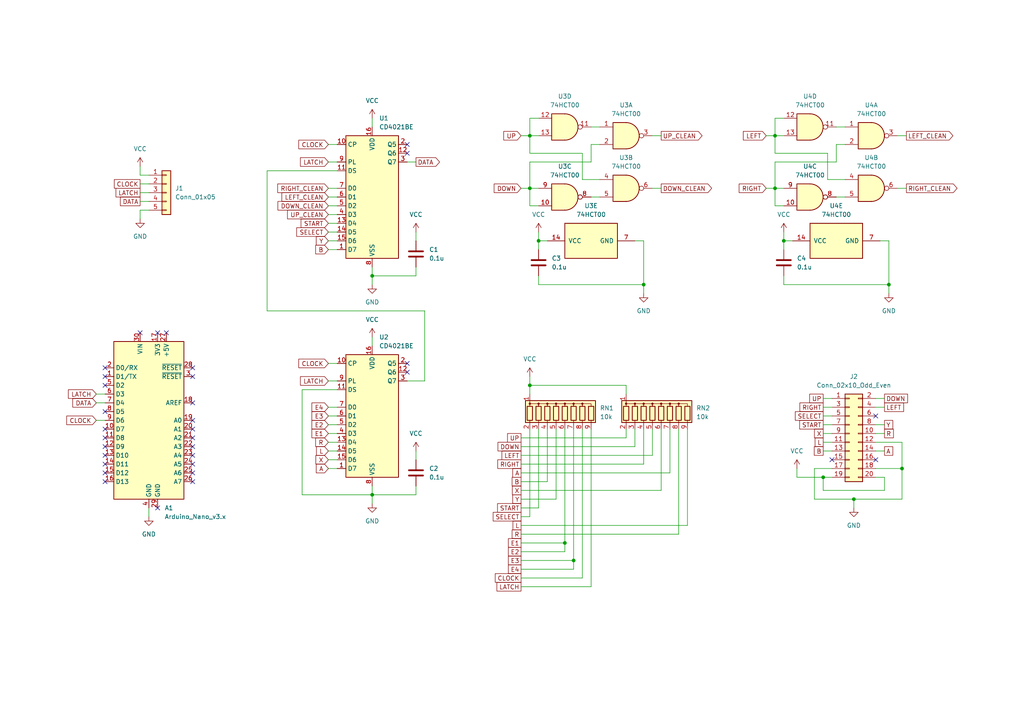
<source format=kicad_sch>
(kicad_sch (version 20250114) (generator "eeschema") (generator_version "9.0")
  (paper "A4")
  (title_block (title "Arcade Controller PCB for SNES") (date "2025-05-28") (rev "v0.2"))
  (lib_symbols
    (symbol "4xxx:4021"
      (property "Reference" "U" (at -5.08 19.05 0))
      (property "Value" "4021" (at 3.81 19.05 0))
      (symbol "4021_0_1"
        (rectangle (start -7.62 17.78) (end 7.62 -17.78) (stroke (width 0.254)) (fill (type background)))
      )
      (symbol "4021_1_1"
        (pin input line (at -10.16 15.24 0) (length 2.54) (name "CP") (number "10"))
        (pin input line (at -10.16 10.16 0) (length 2.54) (name "PL") (number "9"))
        (pin input line (at -10.16 7.62 0) (length 2.54) (name "DS") (number "11"))
        (pin input line (at -10.16 2.54 0) (length 2.54) (name "D0") (number "7"))
        (pin input line (at -10.16 0 0) (length 2.54) (name "D1") (number "6"))
        (pin input line (at -10.16 -2.54 0) (length 2.54) (name "D2") (number "5"))
        (pin input line (at -10.16 -5.08 0) (length 2.54) (name "D3") (number "4"))
        (pin input line (at -10.16 -7.62 0) (length 2.54) (name "D4") (number "13"))
        (pin input line (at -10.16 -10.16 0) (length 2.54) (name "D5") (number "14"))
        (pin input line (at -10.16 -12.7 0) (length 2.54) (name "D6") (number "15"))
        (pin input line (at -10.16 -15.24 0) (length 2.54) (name "D7") (number "1"))
        (pin power_in line (at 0 20.32 270) (length 2.54) (name "VDD") (number "16"))
        (pin power_in line (at 0 -20.32 90) (length 2.54) (name "VSS") (number "8"))
        (pin output line (at 10.16 15.24 180) (length 2.54) (name "Q5") (number "2"))
        (pin output line (at 10.16 12.7 180) (length 2.54) (name "Q6") (number "12"))
        (pin output line (at 10.16 10.16 180) (length 2.54) (name "Q7") (number "3"))
      )
    )
    (symbol "74xx:74HCT00" (pin_names (offset 1.016))
      (property "Reference" "U" (at 0 1.27 0))
      (property "Value" "74HCT00" (at 0 -1.27 0))
      (symbol "74HCT00_1_1"
        (arc (start 0 3.81) (mid 3.7934 0) (end 0 -3.81) (stroke (width 0.254)) (fill (type background)))
        (polyline (pts (xy 0 3.81) (xy -3.81 3.81) (xy -3.81 -3.81) (xy 0 -3.81)) (stroke (width 0.254)) (fill (type background)))
        (pin input line (at -7.62 2.54 0) (length 3.81) (name "~") (number "1"))
        (pin input line (at -7.62 -2.54 0) (length 3.81) (name "~") (number "2"))
        (pin output inverted (at 7.62 0 180) (length 3.81) (name "~") (number "3"))
      )
      (symbol "74HCT00_1_2"
        (arc (start -3.81 3.81) (mid -2.589 0) (end -3.81 -3.81) (stroke (width 0.254)))
        (polyline (pts (xy -3.81 3.81) (xy -0.635 3.81)) (stroke (width 0.254)) (fill (type background)))
        (polyline (pts (xy -3.81 -3.81) (xy -0.635 -3.81)) (stroke (width 0.254)) (fill (type background)))
        (arc (start 3.81 0) (mid 2.1855 -2.584) (end -0.6096 -3.81) (stroke (width 0.254)) (fill (type background)))
        (arc (start -0.6096 3.81) (mid 2.1928 2.5924) (end 3.81 0) (stroke (width 0.254)) (fill (type background)))
        (polyline (pts (xy -0.635 3.81) (xy -3.81 3.81) (xy -3.81 3.81) (xy -3.556 3.4036) (xy -3.0226 2.2606) (xy -2.6924 1.0414) (xy -2.6162 -0.254) (xy -2.7686 -1.4986) (xy -3.175 -2.7178) (xy -3.81 -3.81) (xy -3.81 -3.81) (xy -0.635 -3.81)) (stroke (width -25.4)) (fill (type background)))
        (pin input inverted (at -7.62 2.54 0) (length 4.318) (name "~") (number "1"))
        (pin input inverted (at -7.62 -2.54 0) (length 4.318) (name "~") (number "2"))
        (pin output line (at 7.62 0 180) (length 3.81) (name "~") (number "3"))
      )
      (symbol "74HCT00_2_1"
        (arc (start 0 3.81) (mid 3.7934 0) (end 0 -3.81) (stroke (width 0.254)) (fill (type background)))
        (polyline (pts (xy 0 3.81) (xy -3.81 3.81) (xy -3.81 -3.81) (xy 0 -3.81)) (stroke (width 0.254)) (fill (type background)))
        (pin input line (at -7.62 2.54 0) (length 3.81) (name "~") (number "4"))
        (pin input line (at -7.62 -2.54 0) (length 3.81) (name "~") (number "5"))
        (pin output inverted (at 7.62 0 180) (length 3.81) (name "~") (number "6"))
      )
      (symbol "74HCT00_2_2"
        (arc (start -3.81 3.81) (mid -2.589 0) (end -3.81 -3.81) (stroke (width 0.254)))
        (polyline (pts (xy -3.81 3.81) (xy -0.635 3.81)) (stroke (width 0.254)) (fill (type background)))
        (polyline (pts (xy -3.81 -3.81) (xy -0.635 -3.81)) (stroke (width 0.254)) (fill (type background)))
        (arc (start 3.81 0) (mid 2.1855 -2.584) (end -0.6096 -3.81) (stroke (width 0.254)) (fill (type background)))
        (arc (start -0.6096 3.81) (mid 2.1928 2.5924) (end 3.81 0) (stroke (width 0.254)) (fill (type background)))
        (polyline (pts (xy -0.635 3.81) (xy -3.81 3.81) (xy -3.81 3.81) (xy -3.556 3.4036) (xy -3.0226 2.2606) (xy -2.6924 1.0414) (xy -2.6162 -0.254) (xy -2.7686 -1.4986) (xy -3.175 -2.7178) (xy -3.81 -3.81) (xy -3.81 -3.81) (xy -0.635 -3.81)) (stroke (width -25.4)) (fill (type background)))
        (pin input inverted (at -7.62 2.54 0) (length 4.318) (name "~") (number "4"))
        (pin input inverted (at -7.62 -2.54 0) (length 4.318) (name "~") (number "5"))
        (pin output line (at 7.62 0 180) (length 3.81) (name "~") (number "6"))
      )
      (symbol "74HCT00_3_1"
        (arc (start 0 3.81) (mid 3.7934 0) (end 0 -3.81) (stroke (width 0.254)) (fill (type background)))
        (polyline (pts (xy 0 3.81) (xy -3.81 3.81) (xy -3.81 -3.81) (xy 0 -3.81)) (stroke (width 0.254)) (fill (type background)))
        (pin input line (at -7.62 2.54 0) (length 3.81) (name "~") (number "9"))
        (pin input line (at -7.62 -2.54 0) (length 3.81) (name "~") (number "10"))
        (pin output inverted (at 7.62 0 180) (length 3.81) (name "~") (number "8"))
      )
      (symbol "74HCT00_3_2"
        (arc (start -3.81 3.81) (mid -2.589 0) (end -3.81 -3.81) (stroke (width 0.254)))
        (polyline (pts (xy -3.81 3.81) (xy -0.635 3.81)) (stroke (width 0.254)) (fill (type background)))
        (polyline (pts (xy -3.81 -3.81) (xy -0.635 -3.81)) (stroke (width 0.254)) (fill (type background)))
        (arc (start 3.81 0) (mid 2.1855 -2.584) (end -0.6096 -3.81) (stroke (width 0.254)) (fill (type background)))
        (arc (start -0.6096 3.81) (mid 2.1928 2.5924) (end 3.81 0) (stroke (width 0.254)) (fill (type background)))
        (polyline (pts (xy -0.635 3.81) (xy -3.81 3.81) (xy -3.81 3.81) (xy -3.556 3.4036) (xy -3.0226 2.2606) (xy -2.6924 1.0414) (xy -2.6162 -0.254) (xy -2.7686 -1.4986) (xy -3.175 -2.7178) (xy -3.81 -3.81) (xy -3.81 -3.81) (xy -0.635 -3.81)) (stroke (width -25.4)) (fill (type background)))
        (pin input inverted (at -7.62 2.54 0) (length 4.318) (name "~") (number "9"))
        (pin input inverted (at -7.62 -2.54 0) (length 4.318) (name "~") (number "10"))
        (pin output line (at 7.62 0 180) (length 3.81) (name "~") (number "8"))
      )
      (symbol "74HCT00_4_1"
        (arc (start 0 3.81) (mid 3.7934 0) (end 0 -3.81) (stroke (width 0.254)) (fill (type background)))
        (polyline (pts (xy 0 3.81) (xy -3.81 3.81) (xy -3.81 -3.81) (xy 0 -3.81)) (stroke (width 0.254)) (fill (type background)))
        (pin input line (at -7.62 2.54 0) (length 3.81) (name "~") (number "12"))
        (pin input line (at -7.62 -2.54 0) (length 3.81) (name "~") (number "13"))
        (pin output inverted (at 7.62 0 180) (length 3.81) (name "~") (number "11"))
      )
      (symbol "74HCT00_4_2"
        (arc (start -3.81 3.81) (mid -2.589 0) (end -3.81 -3.81) (stroke (width 0.254)))
        (polyline (pts (xy -3.81 3.81) (xy -0.635 3.81)) (stroke (width 0.254)) (fill (type background)))
        (polyline (pts (xy -3.81 -3.81) (xy -0.635 -3.81)) (stroke (width 0.254)) (fill (type background)))
        (arc (start 3.81 0) (mid 2.1855 -2.584) (end -0.6096 -3.81) (stroke (width 0.254)) (fill (type background)))
        (arc (start -0.6096 3.81) (mid 2.1928 2.5924) (end 3.81 0) (stroke (width 0.254)) (fill (type background)))
        (polyline (pts (xy -0.635 3.81) (xy -3.81 3.81) (xy -3.81 3.81) (xy -3.556 3.4036) (xy -3.0226 2.2606) (xy -2.6924 1.0414) (xy -2.6162 -0.254) (xy -2.7686 -1.4986) (xy -3.175 -2.7178) (xy -3.81 -3.81) (xy -3.81 -3.81) (xy -0.635 -3.81)) (stroke (width -25.4)) (fill (type background)))
        (pin input inverted (at -7.62 2.54 0) (length 4.318) (name "~") (number "12"))
        (pin input inverted (at -7.62 -2.54 0) (length 4.318) (name "~") (number "13"))
        (pin output line (at 7.62 0 180) (length 3.81) (name "~") (number "11"))
      )
      (symbol "74HCT00_5_0"
        (pin power_in line (at 0 12.7 270) (length 5.08) (name "VCC") (number "14"))
        (pin power_in line (at 0 -12.7 90) (length 5.08) (name "GND") (number "7"))
      )
      (symbol "74HCT00_5_1"
        (rectangle (start -5.08 7.62) (end 5.08 -7.62) (stroke (width 0.254)) (fill (type background)))
      )
    )
    (symbol "Connector_Generic:Conn_01x05" (pin_names (offset 1.016) (hide yes))
      (property "Reference" "J" (at 0 7.62 0))
      (property "Value" "Conn_01x05" (at 0 -7.62 0))
      (symbol "Conn_01x05_1_1"
        (rectangle (start -1.27 6.35) (end 1.27 -6.35) (stroke (width 0.254)) (fill (type background)))
        (rectangle (start -1.27 5.207) (end 0 4.953) (stroke (width 0.1524)))
        (rectangle (start -1.27 2.667) (end 0 2.413) (stroke (width 0.1524)))
        (rectangle (start -1.27 0.127) (end 0 -0.127) (stroke (width 0.1524)))
        (rectangle (start -1.27 -2.413) (end 0 -2.667) (stroke (width 0.1524)))
        (rectangle (start -1.27 -4.953) (end 0 -5.207) (stroke (width 0.1524)))
        (pin passive line (at -5.08 5.08 0) (length 3.81) (name "Pin_1") (number "1"))
        (pin passive line (at -5.08 2.54 0) (length 3.81) (name "Pin_2") (number "2"))
        (pin passive line (at -5.08 0 0) (length 3.81) (name "Pin_3") (number "3"))
        (pin passive line (at -5.08 -2.54 0) (length 3.81) (name "Pin_4") (number "4"))
        (pin passive line (at -5.08 -5.08 0) (length 3.81) (name "Pin_5") (number "5"))
      )
    )
    (symbol "Connector_Generic:Conn_02x10_Odd_Even" (pin_names (offset 1.016) (hide yes))
      (property "Reference" "J" (at 1.27 12.7 0))
      (property "Value" "Conn_02x10_Odd_Even" (at 1.27 -15.24 0))
      (symbol "Conn_02x10_Odd_Even_1_1"
        (rectangle (start -1.27 11.43) (end 3.81 -13.97) (stroke (width 0.254)) (fill (type background)))
        (rectangle (start -1.27 10.287) (end 0 10.033) (stroke (width 0.1524)))
        (rectangle (start -1.27 7.747) (end 0 7.493) (stroke (width 0.1524)))
        (rectangle (start -1.27 5.207) (end 0 4.953) (stroke (width 0.1524)))
        (rectangle (start -1.27 2.667) (end 0 2.413) (stroke (width 0.1524)))
        (rectangle (start -1.27 0.127) (end 0 -0.127) (stroke (width 0.1524)))
        (rectangle (start -1.27 -2.413) (end 0 -2.667) (stroke (width 0.1524)))
        (rectangle (start -1.27 -4.953) (end 0 -5.207) (stroke (width 0.1524)))
        (rectangle (start -1.27 -7.493) (end 0 -7.747) (stroke (width 0.1524)))
        (rectangle (start -1.27 -10.033) (end 0 -10.287) (stroke (width 0.1524)))
        (rectangle (start -1.27 -12.573) (end 0 -12.827) (stroke (width 0.1524)))
        (rectangle (start 3.81 10.287) (end 2.54 10.033) (stroke (width 0.1524)))
        (rectangle (start 3.81 7.747) (end 2.54 7.493) (stroke (width 0.1524)))
        (rectangle (start 3.81 5.207) (end 2.54 4.953) (stroke (width 0.1524)))
        (rectangle (start 3.81 2.667) (end 2.54 2.413) (stroke (width 0.1524)))
        (rectangle (start 3.81 0.127) (end 2.54 -0.127) (stroke (width 0.1524)))
        (rectangle (start 3.81 -2.413) (end 2.54 -2.667) (stroke (width 0.1524)))
        (rectangle (start 3.81 -4.953) (end 2.54 -5.207) (stroke (width 0.1524)))
        (rectangle (start 3.81 -7.493) (end 2.54 -7.747) (stroke (width 0.1524)))
        (rectangle (start 3.81 -10.033) (end 2.54 -10.287) (stroke (width 0.1524)))
        (rectangle (start 3.81 -12.573) (end 2.54 -12.827) (stroke (width 0.1524)))
        (pin passive line (at -5.08 10.16 0) (length 3.81) (name "Pin_1") (number "1"))
        (pin passive line (at -5.08 7.62 0) (length 3.81) (name "Pin_3") (number "3"))
        (pin passive line (at -5.08 5.08 0) (length 3.81) (name "Pin_5") (number "5"))
        (pin passive line (at -5.08 2.54 0) (length 3.81) (name "Pin_7") (number "7"))
        (pin passive line (at -5.08 0 0) (length 3.81) (name "Pin_9") (number "9"))
        (pin passive line (at -5.08 -2.54 0) (length 3.81) (name "Pin_11") (number "11"))
        (pin passive line (at -5.08 -5.08 0) (length 3.81) (name "Pin_13") (number "13"))
        (pin passive line (at -5.08 -7.62 0) (length 3.81) (name "Pin_15") (number "15"))
        (pin passive line (at -5.08 -10.16 0) (length 3.81) (name "Pin_17") (number "17"))
        (pin passive line (at -5.08 -12.7 0) (length 3.81) (name "Pin_19") (number "19"))
        (pin passive line (at 7.62 10.16 180) (length 3.81) (name "Pin_2") (number "2"))
        (pin passive line (at 7.62 7.62 180) (length 3.81) (name "Pin_4") (number "4"))
        (pin passive line (at 7.62 5.08 180) (length 3.81) (name "Pin_6") (number "6"))
        (pin passive line (at 7.62 2.54 180) (length 3.81) (name "Pin_8") (number "8"))
        (pin passive line (at 7.62 0 180) (length 3.81) (name "Pin_10") (number "10"))
        (pin passive line (at 7.62 -2.54 180) (length 3.81) (name "Pin_12") (number "12"))
        (pin passive line (at 7.62 -5.08 180) (length 3.81) (name "Pin_14") (number "14"))
        (pin passive line (at 7.62 -7.62 180) (length 3.81) (name "Pin_16") (number "16"))
        (pin passive line (at 7.62 -10.16 180) (length 3.81) (name "Pin_18") (number "18"))
        (pin passive line (at 7.62 -12.7 180) (length 3.81) (name "Pin_20") (number "20"))
      )
    )
    (symbol "Device:C" (pin_numbers (hide yes)) (pin_names (offset 0.254))
      (property "Reference" "C" (at 0.635 2.54 0))
      (property "Value" "C" (at 0.635 -2.54 0))
      (symbol "C_0_1"
        (polyline (pts (xy -2.032 0.762) (xy 2.032 0.762)) (stroke (width 0.508)))
        (polyline (pts (xy -2.032 -0.762) (xy 2.032 -0.762)) (stroke (width 0.508)))
      )
      (symbol "C_1_1"
        (pin passive line (at 0 3.81 270) (length 2.794) (name "~") (number "1"))
        (pin passive line (at 0 -3.81 90) (length 2.794) (name "~") (number "2"))
      )
    )
    (symbol "Device:R_Network08" (pin_names (offset 0) (hide yes))
      (property "Reference" "RN" (at -12.7 0 90))
      (property "Value" "R_Network08" (at 10.16 0 90))
      (symbol "R_Network08_0_1"
        (rectangle (start -11.43 -3.175) (end 8.89 3.175) (stroke (width 0.254)) (fill (type background)))
        (rectangle (start -10.922 1.524) (end -9.398 -2.54) (stroke (width 0.254)))
        (circle (center -10.16 2.286) (radius 0.254) (fill (type outline)))
        (polyline (pts (xy -10.16 1.524) (xy -10.16 2.286) (xy -7.62 2.286) (xy -7.62 1.524)))
        (polyline (pts (xy -10.16 -2.54) (xy -10.16 -3.81)))
        (rectangle (start -8.382 1.524) (end -6.858 -2.54) (stroke (width 0.254)))
        (circle (center -7.62 2.286) (radius 0.254) (fill (type outline)))
        (polyline (pts (xy -7.62 1.524) (xy -7.62 2.286) (xy -5.08 2.286) (xy -5.08 1.524)))
        (polyline (pts (xy -7.62 -2.54) (xy -7.62 -3.81)))
        (rectangle (start -5.842 1.524) (end -4.318 -2.54) (stroke (width 0.254)))
        (circle (center -5.08 2.286) (radius 0.254) (fill (type outline)))
        (polyline (pts (xy -5.08 1.524) (xy -5.08 2.286) (xy -2.54 2.286) (xy -2.54 1.524)))
        (polyline (pts (xy -5.08 -2.54) (xy -5.08 -3.81)))
        (rectangle (start -3.302 1.524) (end -1.778 -2.54) (stroke (width 0.254)))
        (circle (center -2.54 2.286) (radius 0.254) (fill (type outline)))
        (polyline (pts (xy -2.54 1.524) (xy -2.54 2.286) (xy 0 2.286) (xy 0 1.524)))
        (polyline (pts (xy -2.54 -2.54) (xy -2.54 -3.81)))
        (rectangle (start -0.762 1.524) (end 0.762 -2.54) (stroke (width 0.254)))
        (circle (center 0 2.286) (radius 0.254) (fill (type outline)))
        (polyline (pts (xy 0 1.524) (xy 0 2.286) (xy 2.54 2.286) (xy 2.54 1.524)))
        (polyline (pts (xy 0 -2.54) (xy 0 -3.81)))
        (rectangle (start 1.778 1.524) (end 3.302 -2.54) (stroke (width 0.254)))
        (circle (center 2.54 2.286) (radius 0.254) (fill (type outline)))
        (polyline (pts (xy 2.54 1.524) (xy 2.54 2.286) (xy 5.08 2.286) (xy 5.08 1.524)))
        (polyline (pts (xy 2.54 -2.54) (xy 2.54 -3.81)))
        (rectangle (start 4.318 1.524) (end 5.842 -2.54) (stroke (width 0.254)))
        (circle (center 5.08 2.286) (radius 0.254) (fill (type outline)))
        (polyline (pts (xy 5.08 1.524) (xy 5.08 2.286) (xy 7.62 2.286) (xy 7.62 1.524)))
        (polyline (pts (xy 5.08 -2.54) (xy 5.08 -3.81)))
        (rectangle (start 6.858 1.524) (end 8.382 -2.54) (stroke (width 0.254)))
        (polyline (pts (xy 7.62 -2.54) (xy 7.62 -3.81)))
      )
      (symbol "R_Network08_1_1"
        (pin passive line (at -10.16 5.08 270) (length 2.54) (name "common") (number "1"))
        (pin passive line (at -10.16 -5.08 90) (length 1.27) (name "R1") (number "2"))
        (pin passive line (at -7.62 -5.08 90) (length 1.27) (name "R2") (number "3"))
        (pin passive line (at -5.08 -5.08 90) (length 1.27) (name "R3") (number "4"))
        (pin passive line (at -2.54 -5.08 90) (length 1.27) (name "R4") (number "5"))
        (pin passive line (at 0 -5.08 90) (length 1.27) (name "R5") (number "6"))
        (pin passive line (at 2.54 -5.08 90) (length 1.27) (name "R6") (number "7"))
        (pin passive line (at 5.08 -5.08 90) (length 1.27) (name "R7") (number "8"))
        (pin passive line (at 7.62 -5.08 90) (length 1.27) (name "R8") (number "9"))
      )
    )
    (symbol "MCU_Module:Arduino_Nano_v3.x"
      (property "Reference" "A" (at -10.16 23.495 0))
      (property "Value" "Arduino_Nano_v3.x" (at 5.08 -24.13 0))
      (symbol "Arduino_Nano_v3.x_0_1"
        (rectangle (start -10.16 22.86) (end 10.16 -22.86) (stroke (width 0.254)) (fill (type background)))
      )
      (symbol "Arduino_Nano_v3.x_1_1"
        (pin bidirectional line (at -12.7 15.24 0) (length 2.54) (name "D0/RX") (number "2"))
        (pin bidirectional line (at -12.7 12.7 0) (length 2.54) (name "D1/TX") (number "1"))
        (pin bidirectional line (at -12.7 10.16 0) (length 2.54) (name "D2") (number "5"))
        (pin bidirectional line (at -12.7 7.62 0) (length 2.54) (name "D3") (number "6"))
        (pin bidirectional line (at -12.7 5.08 0) (length 2.54) (name "D4") (number "7"))
        (pin bidirectional line (at -12.7 2.54 0) (length 2.54) (name "D5") (number "8"))
        (pin bidirectional line (at -12.7 0 0) (length 2.54) (name "D6") (number "9"))
        (pin bidirectional line (at -12.7 -2.54 0) (length 2.54) (name "D7") (number "10"))
        (pin bidirectional line (at -12.7 -5.08 0) (length 2.54) (name "D8") (number "11"))
        (pin bidirectional line (at -12.7 -7.62 0) (length 2.54) (name "D9") (number "12"))
        (pin bidirectional line (at -12.7 -10.16 0) (length 2.54) (name "D10") (number "13"))
        (pin bidirectional line (at -12.7 -12.7 0) (length 2.54) (name "D11") (number "14"))
        (pin bidirectional line (at -12.7 -15.24 0) (length 2.54) (name "D12") (number "15"))
        (pin bidirectional line (at -12.7 -17.78 0) (length 2.54) (name "D13") (number "16"))
        (pin power_in line (at -2.54 25.4 270) (length 2.54) (name "VIN") (number "30"))
        (pin power_in line (at 0 -25.4 90) (length 2.54) (name "GND") (number "4"))
        (pin power_out line (at 2.54 25.4 270) (length 2.54) (name "3V3") (number "17"))
        (pin power_in line (at 2.54 -25.4 90) (length 2.54) (name "GND") (number "29"))
        (pin power_out line (at 5.08 25.4 270) (length 2.54) (name "+5V") (number "27"))
        (pin input line (at 12.7 15.24 180) (length 2.54) (name "~{RESET}") (number "28"))
        (pin input line (at 12.7 12.7 180) (length 2.54) (name "~{RESET}") (number "3"))
        (pin input line (at 12.7 5.08 180) (length 2.54) (name "AREF") (number "18"))
        (pin bidirectional line (at 12.7 0 180) (length 2.54) (name "A0") (number "19"))
        (pin bidirectional line (at 12.7 -2.54 180) (length 2.54) (name "A1") (number "20"))
        (pin bidirectional line (at 12.7 -5.08 180) (length 2.54) (name "A2") (number "21"))
        (pin bidirectional line (at 12.7 -7.62 180) (length 2.54) (name "A3") (number "22"))
        (pin bidirectional line (at 12.7 -10.16 180) (length 2.54) (name "A4") (number "23"))
        (pin bidirectional line (at 12.7 -12.7 180) (length 2.54) (name "A5") (number "24"))
        (pin bidirectional line (at 12.7 -15.24 180) (length 2.54) (name "A6") (number "25"))
        (pin bidirectional line (at 12.7 -17.78 180) (length 2.54) (name "A7") (number "26"))
      )
    )
    (symbol "power:GND" (power) (pin_names (offset 0))
      (property "Value" "GND" (at 0 -3.81 0))
      (symbol "GND_0_1"
        (polyline (pts (xy 0 0) (xy 0 -1.27) (xy 1.27 -1.27) (xy 0 -2.54) (xy -1.27 -1.27) (xy 0 -1.27)))
      )
      (symbol "GND_1_1"
        (pin power_in line (at 0 0 270) (length 0) (hide yes) (name "GND") (number "1"))
      )
    )
    (symbol "power:VCC" (power) (pin_names (offset 0))
      (property "Value" "VCC" (at 0 3.81 0))
      (symbol "VCC_0_1"
        (polyline (pts (xy -0.762 1.27) (xy 0 2.54)))
        (polyline (pts (xy 0 2.54) (xy 0.762 1.27)))
        (polyline (pts (xy 0 0) (xy 0 2.54)))
      )
      (symbol "VCC_1_1"
        (pin power_in line (at 0 0 90) (length 0) (hide yes) (name "VCC") (number "1"))
      )
    )
  )
  (junction (at 186.69 82.55))
  (junction (at 163.83 157.48))
  (junction (at 261.62 135.89))
  (junction (at 257.81 82.55))
  (junction (at 227.33 69.85))
  (junction (at 153.67 39.37))
  (junction (at 224.79 39.37))
  (junction (at 238.76 138.43))
  (junction (at 156.21 69.85))
  (junction (at 166.37 162.56))
  (junction (at 153.67 111.76))
  (junction (at 107.95 143.51))
  (junction (at 107.95 80.01))
  (junction (at 247.65 144.78))
  (junction (at 224.79 54.61))
  (junction (at 153.67 54.61))
  (no_connect (at 30.48 129.54))
  (no_connect (at 45.72 96.52))
  (no_connect (at 241.3 133.35))
  (no_connect (at 48.26 96.52))
  (no_connect (at 55.88 106.68))
  (no_connect (at 118.11 41.91))
  (no_connect (at 55.88 116.84))
  (no_connect (at 30.48 127))
  (no_connect (at 30.48 109.22))
  (no_connect (at 55.88 132.08))
  (no_connect (at 55.88 137.16))
  (no_connect (at 30.48 106.68))
  (no_connect (at 30.48 137.16))
  (no_connect (at 55.88 109.22))
  (no_connect (at 45.72 147.32))
  (no_connect (at 55.88 134.62))
  (no_connect (at 55.88 129.54))
  (no_connect (at 40.64 96.52))
  (no_connect (at 30.48 139.7))
  (no_connect (at 55.88 121.92))
  (no_connect (at 55.88 124.46))
  (no_connect (at 30.48 119.38))
  (no_connect (at 118.11 105.41))
  (no_connect (at 30.48 111.76))
  (no_connect (at 254 133.35))
  (no_connect (at 30.48 132.08))
  (no_connect (at 30.48 134.62))
  (no_connect (at 30.48 124.46))
  (no_connect (at 55.88 127))
  (no_connect (at 118.11 44.45))
  (no_connect (at 118.11 107.95))
  (no_connect (at 55.88 139.7))
  (no_connect (at 254 120.65))
  (wire (pts (xy 166.37 165.1) (xy 166.37 162.56)))
  (wire (pts (xy 256.54 125.73) (xy 254 125.73)))
  (wire (pts (xy 151.13 152.4) (xy 199.39 152.4)))
  (wire (pts (xy 224.79 44.45) (xy 240.03 44.45)))
  (wire (pts (xy 227.33 69.85) (xy 227.33 72.39)))
  (wire (pts (xy 247.65 147.32) (xy 247.65 144.78)))
  (wire (pts (xy 256.54 130.81) (xy 254 130.81)))
  (wire (pts (xy 261.62 144.78) (xy 261.62 135.89)))
  (wire (pts (xy 227.33 34.29) (xy 224.79 34.29)))
  (wire (pts (xy 181.61 124.46) (xy 181.61 127)))
  (wire (pts (xy 40.64 60.96) (xy 43.18 60.96)))
  (wire (pts (xy 163.83 124.46) (xy 163.83 157.48)))
  (wire (pts (xy 95.25 69.85) (xy 97.79 69.85)))
  (wire (pts (xy 168.91 52.07) (xy 173.99 52.07)))
  (wire (pts (xy 151.13 162.56) (xy 166.37 162.56)))
  (wire (pts (xy 222.25 39.37) (xy 224.79 39.37)))
  (wire (pts (xy 163.83 157.48) (xy 151.13 157.48)))
  (wire (pts (xy 120.65 130.81) (xy 120.65 133.35)))
  (wire (pts (xy 158.75 124.46) (xy 158.75 139.7)))
  (wire (pts (xy 87.63 143.51) (xy 87.63 113.03)))
  (wire (pts (xy 156.21 34.29) (xy 153.67 34.29)))
  (wire (pts (xy 40.64 50.8) (xy 40.64 48.26)))
  (wire (pts (xy 40.64 63.5) (xy 40.64 60.96)))
  (wire (pts (xy 95.25 57.15) (xy 97.79 57.15)))
  (wire (pts (xy 95.25 133.35) (xy 97.79 133.35)))
  (wire (pts (xy 153.67 124.46) (xy 153.67 149.86)))
  (wire (pts (xy 153.67 111.76) (xy 181.61 111.76)))
  (wire (pts (xy 95.25 125.73) (xy 97.79 125.73)))
  (wire (pts (xy 123.19 110.49) (xy 123.19 90.17)))
  (wire (pts (xy 191.77 124.46) (xy 191.77 142.24)))
  (wire (pts (xy 151.13 139.7) (xy 158.75 139.7)))
  (wire (pts (xy 161.29 124.46) (xy 161.29 144.78)))
  (wire (pts (xy 240.03 44.45) (xy 240.03 52.07)))
  (wire (pts (xy 95.25 62.23) (xy 97.79 62.23)))
  (wire (pts (xy 171.45 41.91) (xy 173.99 41.91)))
  (wire (pts (xy 257.81 82.55) (xy 257.81 85.09)))
  (wire (pts (xy 43.18 147.32) (xy 43.18 149.86)))
  (wire (pts (xy 151.13 154.94) (xy 196.85 154.94)))
  (wire (pts (xy 123.19 90.17) (xy 77.47 90.17)))
  (wire (pts (xy 238.76 125.73) (xy 241.3 125.73)))
  (wire (pts (xy 224.79 54.61) (xy 224.79 46.99)))
  (wire (pts (xy 153.67 34.29) (xy 153.67 39.37)))
  (wire (pts (xy 163.83 160.02) (xy 163.83 157.48)))
  (wire (pts (xy 95.25 130.81) (xy 97.79 130.81)))
  (wire (pts (xy 247.65 144.78) (xy 261.62 144.78)))
  (wire (pts (xy 107.95 34.29) (xy 107.95 36.83)))
  (wire (pts (xy 153.67 59.69) (xy 156.21 59.69)))
  (wire (pts (xy 118.11 46.99) (xy 120.65 46.99)))
  (wire (pts (xy 95.25 54.61) (xy 97.79 54.61)))
  (wire (pts (xy 256.54 118.11) (xy 254 118.11)))
  (wire (pts (xy 107.95 146.05) (xy 107.95 143.51)))
  (wire (pts (xy 171.45 170.18) (xy 171.45 124.46)))
  (wire (pts (xy 240.03 52.07) (xy 245.11 52.07)))
  (wire (pts (xy 261.62 135.89) (xy 261.62 128.27)))
  (wire (pts (xy 151.13 165.1) (xy 166.37 165.1)))
  (wire (pts (xy 151.13 39.37) (xy 153.67 39.37)))
  (wire (pts (xy 261.62 128.27) (xy 254 128.27)))
  (wire (pts (xy 95.25 128.27) (xy 97.79 128.27)))
  (wire (pts (xy 156.21 82.55) (xy 186.69 82.55)))
  (wire (pts (xy 151.13 170.18) (xy 171.45 170.18)))
  (wire (pts (xy 27.94 114.3) (xy 30.48 114.3)))
  (wire (pts (xy 242.57 41.91) (xy 245.11 41.91)))
  (wire (pts (xy 40.64 50.8) (xy 43.18 50.8)))
  (wire (pts (xy 156.21 69.85) (xy 158.75 69.85)))
  (wire (pts (xy 227.33 82.55) (xy 257.81 82.55)))
  (wire (pts (xy 181.61 114.3) (xy 181.61 111.76)))
  (wire (pts (xy 191.77 39.37) (xy 189.23 39.37)))
  (wire (pts (xy 262.89 39.37) (xy 260.35 39.37)))
  (wire (pts (xy 95.25 46.99) (xy 97.79 46.99)))
  (wire (pts (xy 120.65 143.51) (xy 120.65 140.97)))
  (wire (pts (xy 238.76 120.65) (xy 241.3 120.65)))
  (wire (pts (xy 168.91 44.45) (xy 168.91 52.07)))
  (wire (pts (xy 153.67 46.99) (xy 171.45 46.99)))
  (wire (pts (xy 153.67 39.37) (xy 153.67 44.45)))
  (wire (pts (xy 40.64 53.34) (xy 43.18 53.34)))
  (wire (pts (xy 40.64 58.42) (xy 43.18 58.42)))
  (wire (pts (xy 151.13 147.32) (xy 156.21 147.32)))
  (wire (pts (xy 151.13 149.86) (xy 153.67 149.86)))
  (wire (pts (xy 186.69 69.85) (xy 184.15 69.85)))
  (wire (pts (xy 151.13 54.61) (xy 153.67 54.61)))
  (wire (pts (xy 40.64 55.88) (xy 43.18 55.88)))
  (wire (pts (xy 238.76 123.19) (xy 241.3 123.19)))
  (wire (pts (xy 95.25 41.91) (xy 97.79 41.91)))
  (wire (pts (xy 107.95 140.97) (xy 107.95 143.51)))
  (wire (pts (xy 95.25 59.69) (xy 97.79 59.69)))
  (wire (pts (xy 95.25 118.11) (xy 97.79 118.11)))
  (wire (pts (xy 153.67 54.61) (xy 153.67 46.99)))
  (wire (pts (xy 156.21 54.61) (xy 153.67 54.61)))
  (wire (pts (xy 27.94 121.92) (xy 30.48 121.92)))
  (wire (pts (xy 156.21 67.31) (xy 156.21 69.85)))
  (wire (pts (xy 227.33 69.85) (xy 229.87 69.85)))
  (wire (pts (xy 199.39 152.4) (xy 199.39 124.46)))
  (wire (pts (xy 238.76 130.81) (xy 241.3 130.81)))
  (wire (pts (xy 156.21 124.46) (xy 156.21 147.32)))
  (wire (pts (xy 95.25 72.39) (xy 97.79 72.39)))
  (wire (pts (xy 257.81 69.85) (xy 255.27 69.85)))
  (wire (pts (xy 236.22 144.78) (xy 247.65 144.78)))
  (wire (pts (xy 227.33 67.31) (xy 227.33 69.85)))
  (wire (pts (xy 151.13 144.78) (xy 161.29 144.78)))
  (wire (pts (xy 224.79 39.37) (xy 224.79 44.45)))
  (wire (pts (xy 224.79 54.61) (xy 224.79 59.69)))
  (wire (pts (xy 151.13 134.62) (xy 186.69 134.62)))
  (wire (pts (xy 107.95 143.51) (xy 87.63 143.51)))
  (wire (pts (xy 151.13 137.16) (xy 194.31 137.16)))
  (wire (pts (xy 227.33 54.61) (xy 224.79 54.61)))
  (wire (pts (xy 236.22 135.89) (xy 236.22 144.78)))
  (wire (pts (xy 238.76 115.57) (xy 241.3 115.57)))
  (wire (pts (xy 242.57 57.15) (xy 245.11 57.15)))
  (wire (pts (xy 256.54 142.24) (xy 256.54 138.43)))
  (wire (pts (xy 171.45 46.99) (xy 171.45 41.91)))
  (wire (pts (xy 87.63 113.03) (xy 97.79 113.03)))
  (wire (pts (xy 241.3 138.43) (xy 238.76 138.43)))
  (wire (pts (xy 77.47 49.53) (xy 97.79 49.53)))
  (wire (pts (xy 151.13 132.08) (xy 189.23 132.08)))
  (wire (pts (xy 238.76 118.11) (xy 241.3 118.11)))
  (wire (pts (xy 231.14 138.43) (xy 231.14 135.89)))
  (wire (pts (xy 238.76 142.24) (xy 256.54 142.24)))
  (wire (pts (xy 168.91 167.64) (xy 168.91 124.46)))
  (wire (pts (xy 153.67 109.22) (xy 153.67 111.76)))
  (wire (pts (xy 224.79 39.37) (xy 227.33 39.37)))
  (wire (pts (xy 151.13 129.54) (xy 184.15 129.54)))
  (wire (pts (xy 107.95 77.47) (xy 107.95 80.01)))
  (wire (pts (xy 151.13 127) (xy 181.61 127)))
  (wire (pts (xy 171.45 36.83) (xy 173.99 36.83)))
  (wire (pts (xy 156.21 80.01) (xy 156.21 82.55)))
  (wire (pts (xy 107.95 143.51) (xy 120.65 143.51)))
  (wire (pts (xy 262.89 54.61) (xy 260.35 54.61)))
  (wire (pts (xy 238.76 138.43) (xy 238.76 142.24)))
  (wire (pts (xy 107.95 82.55) (xy 107.95 80.01)))
  (wire (pts (xy 189.23 132.08) (xy 189.23 124.46)))
  (wire (pts (xy 196.85 124.46) (xy 196.85 154.94)))
  (wire (pts (xy 95.25 123.19) (xy 97.79 123.19)))
  (wire (pts (xy 153.67 54.61) (xy 153.67 59.69)))
  (wire (pts (xy 191.77 54.61) (xy 189.23 54.61)))
  (wire (pts (xy 222.25 54.61) (xy 224.79 54.61)))
  (wire (pts (xy 238.76 128.27) (xy 241.3 128.27)))
  (wire (pts (xy 153.67 39.37) (xy 156.21 39.37)))
  (wire (pts (xy 224.79 46.99) (xy 242.57 46.99)))
  (wire (pts (xy 107.95 80.01) (xy 120.65 80.01)))
  (wire (pts (xy 118.11 110.49) (xy 123.19 110.49)))
  (wire (pts (xy 107.95 97.79) (xy 107.95 100.33)))
  (wire (pts (xy 95.25 105.41) (xy 97.79 105.41)))
  (wire (pts (xy 186.69 82.55) (xy 186.69 69.85)))
  (wire (pts (xy 120.65 67.31) (xy 120.65 69.85)))
  (wire (pts (xy 256.54 123.19) (xy 254 123.19)))
  (wire (pts (xy 151.13 167.64) (xy 168.91 167.64)))
  (wire (pts (xy 171.45 57.15) (xy 173.99 57.15)))
  (wire (pts (xy 153.67 111.76) (xy 153.67 114.3)))
  (wire (pts (xy 166.37 162.56) (xy 166.37 124.46)))
  (wire (pts (xy 95.25 120.65) (xy 97.79 120.65)))
  (wire (pts (xy 77.47 49.53) (xy 77.47 90.17)))
  (wire (pts (xy 242.57 46.99) (xy 242.57 41.91)))
  (wire (pts (xy 153.67 44.45) (xy 168.91 44.45)))
  (wire (pts (xy 95.25 67.31) (xy 97.79 67.31)))
  (wire (pts (xy 95.25 64.77) (xy 97.79 64.77)))
  (wire (pts (xy 151.13 160.02) (xy 163.83 160.02)))
  (wire (pts (xy 186.69 82.55) (xy 186.69 85.09)))
  (wire (pts (xy 254 135.89) (xy 261.62 135.89)))
  (wire (pts (xy 27.94 116.84) (xy 30.48 116.84)))
  (wire (pts (xy 224.79 59.69) (xy 227.33 59.69)))
  (wire (pts (xy 184.15 124.46) (xy 184.15 129.54)))
  (wire (pts (xy 256.54 115.57) (xy 254 115.57)))
  (wire (pts (xy 256.54 138.43) (xy 254 138.43)))
  (wire (pts (xy 194.31 137.16) (xy 194.31 124.46)))
  (wire (pts (xy 186.69 124.46) (xy 186.69 134.62)))
  (wire (pts (xy 257.81 82.55) (xy 257.81 69.85)))
  (wire (pts (xy 242.57 36.83) (xy 245.11 36.83)))
  (wire (pts (xy 120.65 80.01) (xy 120.65 77.47)))
  (wire (pts (xy 238.76 138.43) (xy 231.14 138.43)))
  (wire (pts (xy 224.79 34.29) (xy 224.79 39.37)))
  (wire (pts (xy 156.21 69.85) (xy 156.21 72.39)))
  (wire (pts (xy 151.13 142.24) (xy 191.77 142.24)))
  (wire (pts (xy 95.25 110.49) (xy 97.79 110.49)))
  (wire (pts (xy 227.33 80.01) (xy 227.33 82.55)))
  (wire (pts (xy 241.3 135.89) (xy 236.22 135.89)))
  (wire (pts (xy 95.25 135.89) (xy 97.79 135.89)))
  (global_label "E3" (shape input) (at 95.25 120.65 180) (property "Intersheetrefs" "${INTERSHEET_REFS}" (effects (hide yes))))
  (global_label "LATCH" (shape input) (at 95.25 46.99 180) (property "Intersheetrefs" "${INTERSHEET_REFS}" (effects (hide yes))))
  (global_label "UP" (shape passive) (at 238.76 115.57 180) (property "Intersheetrefs" "${INTERSHEET_REFS}" (effects (hide yes))))
  (global_label "R" (shape passive) (at 151.13 154.94 180) (property "Intersheetrefs" "${INTERSHEET_REFS}" (effects (hide yes))))
  (global_label "LATCH" (shape passive) (at 40.64 55.88 180) (property "Intersheetrefs" "${INTERSHEET_REFS}" (effects (hide yes))))
  (global_label "LATCH" (shape input) (at 27.94 114.3 180) (property "Intersheetrefs" "${INTERSHEET_REFS}" (effects (hide yes))))
  (global_label "E2" (shape input) (at 95.25 123.19 180) (property "Intersheetrefs" "${INTERSHEET_REFS}" (effects (hide yes))))
  (global_label "DATA" (shape passive) (at 40.64 58.42 180) (property "Intersheetrefs" "${INTERSHEET_REFS}" (effects (hide yes))))
  (global_label "L" (shape input) (at 95.25 130.81 180) (property "Intersheetrefs" "${INTERSHEET_REFS}" (effects (hide yes))))
  (global_label "UP" (shape input) (at 151.13 39.37 180) (property "Intersheetrefs" "${INTERSHEET_REFS}" (effects (hide yes))))
  (global_label "B" (shape passive) (at 238.76 130.81 180) (property "Intersheetrefs" "${INTERSHEET_REFS}" (effects (hide yes))))
  (global_label "UP_CLEAN" (shape input) (at 95.25 62.23 180) (property "Intersheetrefs" "${INTERSHEET_REFS}" (effects (hide yes))))
  (global_label "DOWN" (shape input) (at 151.13 54.61 180) (property "Intersheetrefs" "${INTERSHEET_REFS}" (effects (hide yes))))
  (global_label "E2" (shape passive) (at 151.13 160.02 180) (property "Intersheetrefs" "${INTERSHEET_REFS}" (effects (hide yes))))
  (global_label "X" (shape passive) (at 238.76 125.73 180) (property "Intersheetrefs" "${INTERSHEET_REFS}" (effects (hide yes))))
  (global_label "E3" (shape passive) (at 151.13 162.56 180) (property "Intersheetrefs" "${INTERSHEET_REFS}" (effects (hide yes))))
  (global_label "Y" (shape input) (at 95.25 69.85 180) (property "Intersheetrefs" "${INTERSHEET_REFS}" (effects (hide yes))))
  (global_label "UP" (shape passive) (at 151.13 127 180) (property "Intersheetrefs" "${INTERSHEET_REFS}" (effects (hide yes))))
  (global_label "RIGHT_CLEAN" (shape input) (at 95.25 54.61 180) (property "Intersheetrefs" "${INTERSHEET_REFS}" (effects (hide yes))))
  (global_label "Y" (shape passive) (at 256.54 123.19 0) (property "Intersheetrefs" "${INTERSHEET_REFS}" (effects (hide yes))))
  (global_label "LATCH" (shape input) (at 95.25 110.49 180) (property "Intersheetrefs" "${INTERSHEET_REFS}" (effects (hide yes))))
  (global_label "E1" (shape passive) (at 151.13 157.48 180) (property "Intersheetrefs" "${INTERSHEET_REFS}" (effects (hide yes))))
  (global_label "LEFT_CLEAN" (shape input) (at 95.25 57.15 180) (property "Intersheetrefs" "${INTERSHEET_REFS}" (effects (hide yes))))
  (global_label "L" (shape passive) (at 238.76 128.27 180) (property "Intersheetrefs" "${INTERSHEET_REFS}" (effects (hide yes))))
  (global_label "START" (shape passive) (at 238.76 123.19 180) (property "Intersheetrefs" "${INTERSHEET_REFS}" (effects (hide yes))))
  (global_label "R" (shape input) (at 95.25 128.27 180) (property "Intersheetrefs" "${INTERSHEET_REFS}" (effects (hide yes))))
  (global_label "LEFT" (shape input) (at 222.25 39.37 180) (property "Intersheetrefs" "${INTERSHEET_REFS}" (effects (hide yes))))
  (global_label "LEFT_CLEAN" (shape output) (at 262.89 39.37 0) (property "Intersheetrefs" "${INTERSHEET_REFS}" (effects (hide yes))))
  (global_label "DOWN" (shape passive) (at 151.13 129.54 180) (property "Intersheetrefs" "${INTERSHEET_REFS}" (effects (hide yes))))
  (global_label "CLOCK" (shape input) (at 95.25 41.91 180) (property "Intersheetrefs" "${INTERSHEET_REFS}" (effects (hide yes))))
  (global_label "SELECT" (shape input) (at 95.25 67.31 180) (property "Intersheetrefs" "${INTERSHEET_REFS}" (effects (hide yes))))
  (global_label "DOWN_CLEAN" (shape input) (at 95.25 59.69 180) (property "Intersheetrefs" "${INTERSHEET_REFS}" (effects (hide yes))))
  (global_label "B" (shape passive) (at 151.13 139.7 180) (property "Intersheetrefs" "${INTERSHEET_REFS}" (effects (hide yes))))
  (global_label "LEFT" (shape passive) (at 256.54 118.11 0) (property "Intersheetrefs" "${INTERSHEET_REFS}" (effects (hide yes))))
  (global_label "SELECT" (shape passive) (at 238.76 120.65 180) (property "Intersheetrefs" "${INTERSHEET_REFS}" (effects (hide yes))))
  (global_label "START" (shape input) (at 95.25 64.77 180) (property "Intersheetrefs" "${INTERSHEET_REFS}" (effects (hide yes))))
  (global_label "UP_CLEAN" (shape output) (at 191.77 39.37 0) (property "Intersheetrefs" "${INTERSHEET_REFS}" (effects (hide yes))))
  (global_label "DOWN" (shape passive) (at 256.54 115.57 0) (property "Intersheetrefs" "${INTERSHEET_REFS}" (effects (hide yes))))
  (global_label "E4" (shape passive) (at 151.13 165.1 180) (property "Intersheetrefs" "${INTERSHEET_REFS}" (effects (hide yes))))
  (global_label "B" (shape input) (at 95.25 72.39 180) (property "Intersheetrefs" "${INTERSHEET_REFS}" (effects (hide yes))))
  (global_label "RIGHT" (shape input) (at 222.25 54.61 180) (property "Intersheetrefs" "${INTERSHEET_REFS}" (effects (hide yes))))
  (global_label "CLOCK" (shape input) (at 95.25 105.41 180) (property "Intersheetrefs" "${INTERSHEET_REFS}" (effects (hide yes))))
  (global_label "SELECT" (shape passive) (at 151.13 149.86 180) (property "Intersheetrefs" "${INTERSHEET_REFS}" (effects (hide yes))))
  (global_label "A" (shape input) (at 95.25 135.89 180) (property "Intersheetrefs" "${INTERSHEET_REFS}" (effects (hide yes))))
  (global_label "A" (shape passive) (at 256.54 130.81 0) (property "Intersheetrefs" "${INTERSHEET_REFS}" (effects (hide yes))))
  (global_label "CLOCK" (shape input) (at 27.94 121.92 180) (property "Intersheetrefs" "${INTERSHEET_REFS}" (effects (hide yes))))
  (global_label "X" (shape input) (at 95.25 133.35 180) (property "Intersheetrefs" "${INTERSHEET_REFS}" (effects (hide yes))))
  (global_label "RIGHT" (shape passive) (at 151.13 134.62 180) (property "Intersheetrefs" "${INTERSHEET_REFS}" (effects (hide yes))))
  (global_label "RIGHT_CLEAN" (shape output) (at 262.89 54.61 0) (property "Intersheetrefs" "${INTERSHEET_REFS}" (effects (hide yes))))
  (global_label "CLOCK" (shape passive) (at 40.64 53.34 180) (property "Intersheetrefs" "${INTERSHEET_REFS}" (effects (hide yes))))
  (global_label "E4" (shape input) (at 95.25 118.11 180) (property "Intersheetrefs" "${INTERSHEET_REFS}" (effects (hide yes))))
  (global_label "LEFT" (shape passive) (at 151.13 132.08 180) (property "Intersheetrefs" "${INTERSHEET_REFS}" (effects (hide yes))))
  (global_label "START" (shape passive) (at 151.13 147.32 180) (property "Intersheetrefs" "${INTERSHEET_REFS}" (effects (hide yes))))
  (global_label "L" (shape passive) (at 151.13 152.4 180) (property "Intersheetrefs" "${INTERSHEET_REFS}" (effects (hide yes))))
  (global_label "CLOCK" (shape passive) (at 151.13 167.64 180) (property "Intersheetrefs" "${INTERSHEET_REFS}" (effects (hide yes))))
  (global_label "X" (shape passive) (at 151.13 142.24 180) (property "Intersheetrefs" "${INTERSHEET_REFS}" (effects (hide yes))))
  (global_label "DATA" (shape output) (at 120.65 46.99 0) (property "Intersheetrefs" "${INTERSHEET_REFS}" (effects (hide yes))))
  (global_label "DATA" (shape input) (at 27.94 116.84 180) (property "Intersheetrefs" "${INTERSHEET_REFS}" (effects (hide yes))))
  (global_label "RIGHT" (shape passive) (at 238.76 118.11 180) (property "Intersheetrefs" "${INTERSHEET_REFS}" (effects (hide yes))))
  (global_label "DOWN_CLEAN" (shape output) (at 191.77 54.61 0) (property "Intersheetrefs" "${INTERSHEET_REFS}" (effects (hide yes))))
  (global_label "A" (shape passive) (at 151.13 137.16 180) (property "Intersheetrefs" "${INTERSHEET_REFS}" (effects (hide yes))))
  (global_label "LATCH" (shape passive) (at 151.13 170.18 180) (property "Intersheetrefs" "${INTERSHEET_REFS}" (effects (hide yes))))
  (global_label "Y" (shape passive) (at 151.13 144.78 180) (property "Intersheetrefs" "${INTERSHEET_REFS}" (effects (hide yes))))
  (global_label "R" (shape passive) (at 256.54 125.73 0) (property "Intersheetrefs" "${INTERSHEET_REFS}" (effects (hide yes))))
  (global_label "E1" (shape input) (at 95.25 125.73 180) (property "Intersheetrefs" "${INTERSHEET_REFS}" (effects (hide yes))))
  (symbol (lib_id "power:GND") (at 186.69 85.09 0) (unit 1)
    (property "Reference" "#PWR012" (effects (hide yes)))
    (property "Value" "GND" (at 186.69 90.17 0))
  )
  (symbol (lib_id "Device:C") (at 227.33 76.2 180) (unit 1)
    (property "Reference" "C4" (at 231.14 74.9299 0) (effects (justify right)))
    (property "Value" "0.1u" (at 231.14 77.4699 0) (effects (justify right)))
    (property "Footprint" "Resistor_THT:R_Axial_DIN0207_L6.3mm_D2.5mm_P7.62mm_Horizontal" (effects (hide yes)))
  )
  (symbol (lib_id "power:VCC") (at 120.65 130.81 0) (unit 1)
    (property "Reference" "#PWR09" (effects (hide yes)))
    (property "Value" "VCC" (at 120.65 125.73 0))
  )
  (symbol (lib_id "74xx:74HCT00") (at 181.61 54.61 0) (unit 2)
    (property "Reference" "U3" (at 181.61 45.72 0))
    (property "Value" "74HCT00" (at 181.61 48.26 0))
    (property "Footprint" "Package_DIP:DIP-14_W7.62mm" (effects (hide yes)))
    (property "Datasheet" "http://www.ti.com/lit/gpn/sn74hct00" (effects (hide yes)))
  )
  (symbol (lib_id "74xx:74HCT00") (at 252.73 39.37 0) (unit 1)
    (property "Reference" "U4" (at 252.73 30.48 0))
    (property "Value" "74HCT00" (at 252.73 33.02 0))
    (property "Footprint" "Package_DIP:DIP-14_W7.62mm" (effects (hide yes)))
    (property "Datasheet" "http://www.ti.com/lit/gpn/sn74hct00" (effects (hide yes)))
  )
  (symbol (lib_id "74xx:74HCT00") (at 171.45 69.85 90) (unit 5)
    (property "Reference" "U3" (at 171.45 59.69 90))
    (property "Value" "74HCT00" (at 171.45 62.23 90))
    (property "Footprint" "Package_DIP:DIP-14_W7.62mm" (effects (hide yes)))
    (property "Datasheet" "http://www.ti.com/lit/gpn/sn74hct00" (effects (hide yes)))
  )
  (symbol (lib_id "4xxx:4021") (at 107.95 120.65 0) (unit 1)
    (property "Reference" "U2" (at 109.9694 97.79 0) (effects (justify left)))
    (property "Value" "CD4021BE" (at 109.9694 100.33 0) (effects (justify left)))
    (property "Footprint" "Package_DIP:DIP-16_W7.62mm" (effects (hide yes)))
    (property "Datasheet" "https://assets.nexperia.com/documents/data-sheet/HEF4021B.pdf" (effects (hide yes)))
  )
  (symbol (lib_id "Device:R_Network08") (at 163.83 119.38 0) (unit 1)
    (property "Reference" "RN1" (at 173.99 118.3639 0) (effects (justify left)))
    (property "Value" "10k" (at 173.99 120.9039 0) (effects (justify left)))
    (property "Footprint" "Resistor_THT:R_Array_SIP9" (effects (hide yes)))
    (property "Datasheet" "http://www.vishay.com/docs/31509/csc.pdf" (effects (hide yes)))
  )
  (symbol (lib_id "Device:C") (at 120.65 73.66 0) (unit 1)
    (property "Reference" "C1" (at 124.46 72.3899 0) (effects (justify left)))
    (property "Value" "0.1u" (at 124.46 74.9299 0) (effects (justify left)))
    (property "Footprint" "Resistor_THT:R_Axial_DIN0207_L6.3mm_D2.5mm_P7.62mm_Horizontal" (effects (hide yes)))
  )
  (symbol (lib_id "74xx:74HCT00") (at 181.61 39.37 0) (unit 1)
    (property "Reference" "U3" (at 181.61 30.48 0))
    (property "Value" "74HCT00" (at 181.61 33.02 0))
    (property "Footprint" "Package_DIP:DIP-14_W7.62mm" (effects (hide yes)))
    (property "Datasheet" "http://www.ti.com/lit/gpn/sn74hct00" (effects (hide yes)))
  )
  (symbol (lib_id "power:GND") (at 247.65 147.32 0) (unit 1)
    (property "Reference" "#PWR015" (effects (hide yes)))
    (property "Value" "GND" (at 247.65 152.4 0))
  )
  (symbol (lib_id "power:VCC") (at 153.67 109.22 0) (unit 1)
    (property "Reference" "#PWR011" (effects (hide yes)))
    (property "Value" "VCC" (at 153.67 104.14 0))
  )
  (symbol (lib_id "power:VCC") (at 107.95 34.29 0) (unit 1)
    (property "Reference" "#PWR04" (effects (hide yes)))
    (property "Value" "VCC" (at 107.95 29.21 0))
  )
  (symbol (lib_id "Device:C") (at 120.65 137.16 0) (unit 1)
    (property "Reference" "C2" (at 124.46 135.8899 0) (effects (justify left)))
    (property "Value" "0.1u" (at 124.46 138.4299 0) (effects (justify left)))
    (property "Footprint" "Resistor_THT:R_Axial_DIN0207_L6.3mm_D2.5mm_P7.62mm_Horizontal" (effects (hide yes)))
  )
  (symbol (lib_id "74xx:74HCT00") (at 242.57 69.85 90) (unit 5)
    (property "Reference" "U4" (at 242.57 59.69 90))
    (property "Value" "74HCT00" (at 242.57 62.23 90))
    (property "Footprint" "Package_DIP:DIP-14_W7.62mm" (effects (hide yes)))
    (property "Datasheet" "http://www.ti.com/lit/gpn/sn74hct00" (effects (hide yes)))
  )
  (symbol (lib_id "power:VCC") (at 120.65 67.31 0) (unit 1)
    (property "Reference" "#PWR08" (effects (hide yes)))
    (property "Value" "VCC" (at 120.65 62.23 0))
  )
  (symbol (lib_id "Device:R_Network08") (at 191.77 119.38 0) (unit 1)
    (property "Reference" "RN2" (at 201.93 118.3639 0) (effects (justify left)))
    (property "Value" "10k" (at 201.93 120.9039 0) (effects (justify left)))
    (property "Footprint" "Resistor_THT:R_Array_SIP9" (effects (hide yes)))
    (property "Datasheet" "http://www.vishay.com/docs/31509/csc.pdf" (effects (hide yes)))
  )
  (symbol (lib_id "power:VCC") (at 156.21 67.31 0) (unit 1)
    (property "Reference" "#PWR010" (effects (hide yes)))
    (property "Value" "VCC" (at 156.21 62.23 0))
  )
  (symbol (lib_id "74xx:74HCT00") (at 234.95 36.83 0) (unit 4)
    (property "Reference" "U4" (at 234.95 27.94 0))
    (property "Value" "74HCT00" (at 234.95 30.48 0))
    (property "Footprint" "Package_DIP:DIP-14_W7.62mm" (effects (hide yes)))
    (property "Datasheet" "http://www.ti.com/lit/gpn/sn74hct00" (effects (hide yes)))
  )
  (symbol (lib_id "power:VCC") (at 107.95 97.79 0) (unit 1)
    (property "Reference" "#PWR06" (effects (hide yes)))
    (property "Value" "VCC" (at 107.95 92.71 0))
  )
  (symbol (lib_id "74xx:74HCT00") (at 163.83 36.83 0) (unit 4)
    (property "Reference" "U3" (at 163.83 27.94 0))
    (property "Value" "74HCT00" (at 163.83 30.48 0))
    (property "Footprint" "Package_DIP:DIP-14_W7.62mm" (effects (hide yes)))
    (property "Datasheet" "http://www.ti.com/lit/gpn/sn74hct00" (effects (hide yes)))
  )
  (symbol (lib_id "power:GND") (at 43.18 149.86 0) (unit 1)
    (property "Reference" "#PWR03" (effects (hide yes)))
    (property "Value" "GND" (at 43.18 154.94 0))
  )
  (symbol (lib_id "4xxx:4021") (at 107.95 57.15 0) (unit 1)
    (property "Reference" "U1" (at 109.9694 34.29 0) (effects (justify left)))
    (property "Value" "CD4021BE" (at 109.9694 36.83 0) (effects (justify left)))
    (property "Footprint" "Package_DIP:DIP-16_W7.62mm" (effects (hide yes)))
    (property "Datasheet" "https://assets.nexperia.com/documents/data-sheet/HEF4021B.pdf" (effects (hide yes)))
  )
  (symbol (lib_id "74xx:74HCT00") (at 252.73 54.61 0) (unit 2)
    (property "Reference" "U4" (at 252.73 45.72 0))
    (property "Value" "74HCT00" (at 252.73 48.26 0))
    (property "Footprint" "Package_DIP:DIP-14_W7.62mm" (effects (hide yes)))
    (property "Datasheet" "http://www.ti.com/lit/gpn/sn74hct00" (effects (hide yes)))
  )
  (symbol (lib_id "Device:C") (at 156.21 76.2 180) (unit 1)
    (property "Reference" "C3" (at 160.02 74.9299 0) (effects (justify right)))
    (property "Value" "0.1u" (at 160.02 77.4699 0) (effects (justify right)))
    (property "Footprint" "Resistor_THT:R_Axial_DIN0207_L6.3mm_D2.5mm_P7.62mm_Horizontal" (effects (hide yes)))
  )
  (symbol (lib_id "74xx:74HCT00") (at 163.83 57.15 0) (unit 3)
    (property "Reference" "U3" (at 163.83 48.26 0))
    (property "Value" "74HCT00" (at 163.83 50.8 0))
    (property "Footprint" "Package_DIP:DIP-14_W7.62mm" (effects (hide yes)))
    (property "Datasheet" "http://www.ti.com/lit/gpn/sn74hct00" (effects (hide yes)))
  )
  (symbol (lib_id "power:VCC") (at 40.64 48.26 0) (unit 1)
    (property "Reference" "#PWR01" (effects (hide yes)))
    (property "Value" "VCC" (at 40.64 43.18 0))
  )
  (symbol (lib_id "power:GND") (at 40.64 63.5 0) (unit 1)
    (property "Reference" "#PWR02" (effects (hide yes)))
    (property "Value" "GND" (at 40.64 68.58 0))
  )
  (symbol (lib_id "74xx:74HCT00") (at 234.95 57.15 0) (unit 3)
    (property "Reference" "U4" (at 234.95 48.26 0))
    (property "Value" "74HCT00" (at 234.95 50.8 0))
    (property "Footprint" "Package_DIP:DIP-14_W7.62mm" (effects (hide yes)))
    (property "Datasheet" "http://www.ti.com/lit/gpn/sn74hct00" (effects (hide yes)))
  )
  (symbol (lib_id "MCU_Module:Arduino_Nano_v3.x") (at 43.18 121.92 0) (unit 1)
    (property "Reference" "A1" (at 47.7394 147.32 0) (effects (justify left)))
    (property "Value" "Arduino_Nano_v3.x" (at 47.7394 149.86 0) (effects (justify left)))
    (property "Footprint" "Module:Arduino_Nano" (effects (hide yes)))
    (property "Datasheet" "http://www.mouser.com/pdfdocs/Gravitech_Arduino_Nano3_0.pdf" (effects (hide yes)))
  )
  (symbol (lib_id "Connector_Generic:Conn_01x05") (at 48.26 55.88 0) (unit 1)
    (property "Reference" "J1" (at 50.8 54.6099 0) (effects (justify left)))
    (property "Value" "Conn_01x05" (at 50.8 57.1499 0) (effects (justify left)))
    (property "Footprint" "Connector_PinHeader_2.54mm:PinHeader_1x05_P2.54mm_Vertical" (effects (hide yes)))
  )
  (symbol (lib_id "power:GND") (at 107.95 146.05 0) (unit 1)
    (property "Reference" "#PWR07" (effects (hide yes)))
    (property "Value" "GND" (at 107.95 151.13 0))
  )
  (symbol (lib_id "Connector_Generic:Conn_02x10_Odd_Even") (at 246.38 125.73 0) (unit 1)
    (property "Reference" "J2" (at 247.65 109.22 0))
    (property "Value" "Conn_02x10_Odd_Even" (at 247.65 111.76 0))
    (property "Footprint" "Connector_PinHeader_2.54mm:PinHeader_2x10_P2.54mm_Vertical" (effects (hide yes)))
  )
  (symbol (lib_id "power:GND") (at 107.95 82.55 0) (unit 1)
    (property "Reference" "#PWR05" (effects (hide yes)))
    (property "Value" "GND" (at 107.95 87.63 0))
  )
  (symbol (lib_id "power:VCC") (at 231.14 135.89 0) (unit 1)
    (property "Reference" "#PWR014" (effects (hide yes)))
    (property "Value" "VCC" (at 231.14 130.81 0))
  )
  (symbol (lib_id "power:GND") (at 257.81 85.09 0) (unit 1)
    (property "Reference" "#PWR016" (effects (hide yes)))
    (property "Value" "GND" (at 257.81 90.17 0))
  )
  (symbol (lib_id "power:VCC") (at 227.33 67.31 0) (unit 1)
    (property "Reference" "#PWR013" (effects (hide yes)))
    (property "Value" "VCC" (at 227.33 62.23 0))
  )
)
</source>
